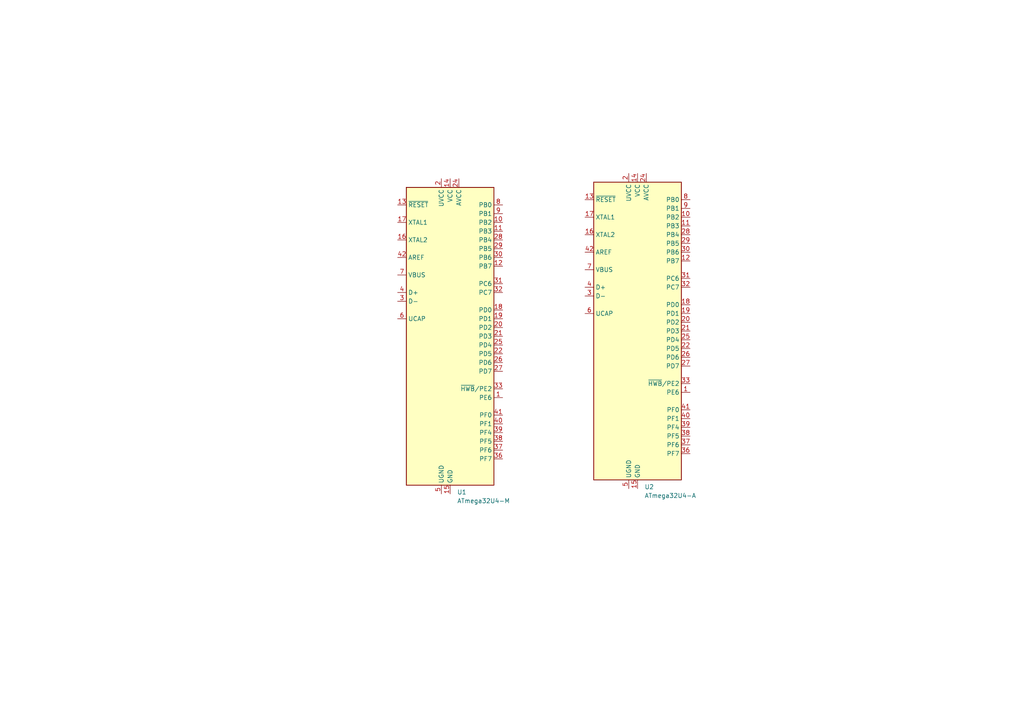
<source format=kicad_sch>
(kicad_sch (version 20211123) (generator eeschema)
  (paper "A4")
  (lib_symbols
    (symbol "MCU_Microchip_ATmega:ATmega32U4-A"
      (property "Reference" "U" (at -12.7 44.45 0))
      (property "Value" "ATmega32U4-A" (at 2.54 -44.45 0))
      (symbol "ATmega32U4-A_0_1"
        (rectangle (start -12.7 -43.18) (end 12.7 43.18) (stroke (width 0.254)) (fill (type background)))
      )
      (symbol "ATmega32U4-A_1_1"
        (pin bidirectional line (at 15.24 -17.78 180) (length 2.54) (name "PE6") (number "1"))
        (pin bidirectional line (at 15.24 33.02 180) (length 2.54) (name "PB2") (number "10"))
        (pin bidirectional line (at 15.24 30.48 180) (length 2.54) (name "PB3") (number "11"))
        (pin bidirectional line (at 15.24 20.32 180) (length 2.54) (name "PB7") (number "12"))
        (pin input line (at -15.24 38.1 0) (length 2.54) (name "~{RESET}") (number "13"))
        (pin power_in line (at 0 45.72 270) (length 2.54) (name "VCC") (number "14"))
        (pin power_in line (at 0 -45.72 90) (length 2.54) (name "GND") (number "15"))
        (pin output line (at -15.24 27.94 0) (length 2.54) (name "XTAL2") (number "16"))
        (pin input line (at -15.24 33.02 0) (length 2.54) (name "XTAL1") (number "17"))
        (pin bidirectional line (at 15.24 7.62 180) (length 2.54) (name "PD0") (number "18"))
        (pin bidirectional line (at 15.24 5.08 180) (length 2.54) (name "PD1") (number "19"))
        (pin power_in line (at -2.54 45.72 270) (length 2.54) (name "UVCC") (number "2"))
        (pin bidirectional line (at 15.24 2.54 180) (length 2.54) (name "PD2") (number "20"))
        (pin bidirectional line (at 15.24 0 180) (length 2.54) (name "PD3") (number "21"))
        (pin bidirectional line (at 15.24 -5.08 180) (length 2.54) (name "PD5") (number "22"))
        (pin passive line (at 0 -45.72 90) (length 2.54) hide (name "GND") (number "23"))
        (pin power_in line (at 2.54 45.72 270) (length 2.54) (name "AVCC") (number "24"))
        (pin bidirectional line (at 15.24 -2.54 180) (length 2.54) (name "PD4") (number "25"))
        (pin bidirectional line (at 15.24 -7.62 180) (length 2.54) (name "PD6") (number "26"))
        (pin bidirectional line (at 15.24 -10.16 180) (length 2.54) (name "PD7") (number "27"))
        (pin bidirectional line (at 15.24 27.94 180) (length 2.54) (name "PB4") (number "28"))
        (pin bidirectional line (at 15.24 25.4 180) (length 2.54) (name "PB5") (number "29"))
        (pin bidirectional line (at -15.24 10.16 0) (length 2.54) (name "D-") (number "3"))
        (pin bidirectional line (at 15.24 22.86 180) (length 2.54) (name "PB6") (number "30"))
        (pin bidirectional line (at 15.24 15.24 180) (length 2.54) (name "PC6") (number "31"))
        (pin bidirectional line (at 15.24 12.7 180) (length 2.54) (name "PC7") (number "32"))
        (pin bidirectional line (at 15.24 -15.24 180) (length 2.54) (name "~{HWB}/PE2") (number "33"))
        (pin passive line (at 0 45.72 270) (length 2.54) hide (name "VCC") (number "34"))
        (pin passive line (at 0 -45.72 90) (length 2.54) hide (name "GND") (number "35"))
        (pin bidirectional line (at 15.24 -35.56 180) (length 2.54) (name "PF7") (number "36"))
        (pin bidirectional line (at 15.24 -33.02 180) (length 2.54) (name "PF6") (number "37"))
        (pin bidirectional line (at 15.24 -30.48 180) (length 2.54) (name "PF5") (number "38"))
        (pin bidirectional line (at 15.24 -27.94 180) (length 2.54) (name "PF4") (number "39"))
        (pin bidirectional line (at -15.24 12.7 0) (length 2.54) (name "D+") (number "4"))
        (pin bidirectional line (at 15.24 -25.4 180) (length 2.54) (name "PF1") (number "40"))
        (pin bidirectional line (at 15.24 -22.86 180) (length 2.54) (name "PF0") (number "41"))
        (pin passive line (at -15.24 22.86 0) (length 2.54) (name "AREF") (number "42"))
        (pin passive line (at 0 -45.72 90) (length 2.54) hide (name "GND") (number "43"))
        (pin passive line (at 2.54 45.72 270) (length 2.54) hide (name "AVCC") (number "44"))
        (pin passive line (at -2.54 -45.72 90) (length 2.54) (name "UGND") (number "5"))
        (pin passive line (at -15.24 5.08 0) (length 2.54) (name "UCAP") (number "6"))
        (pin input line (at -15.24 17.78 0) (length 2.54) (name "VBUS") (number "7"))
        (pin bidirectional line (at 15.24 38.1 180) (length 2.54) (name "PB0") (number "8"))
        (pin bidirectional line (at 15.24 35.56 180) (length 2.54) (name "PB1") (number "9"))
      )
    )
    (symbol "MCU_Microchip_ATmega:ATmega32U4-M"
      (property "Reference" "U" (at -12.7 44.45 0))
      (property "Value" "ATmega32U4-M" (at 2.54 -44.45 0))
      (symbol "ATmega32U4-M_0_1"
        (rectangle (start -12.7 -43.18) (end 12.7 43.18) (stroke (width 0.254)) (fill (type background)))
      )
      (symbol "ATmega32U4-M_1_1"
        (pin bidirectional line (at 15.24 -17.78 180) (length 2.54) (name "PE6") (number "1"))
        (pin bidirectional line (at 15.24 33.02 180) (length 2.54) (name "PB2") (number "10"))
        (pin bidirectional line (at 15.24 30.48 180) (length 2.54) (name "PB3") (number "11"))
        (pin bidirectional line (at 15.24 20.32 180) (length 2.54) (name "PB7") (number "12"))
        (pin input line (at -15.24 38.1 0) (length 2.54) (name "~{RESET}") (number "13"))
        (pin power_in line (at 0 45.72 270) (length 2.54) (name "VCC") (number "14"))
        (pin power_in line (at 0 -45.72 90) (length 2.54) (name "GND") (number "15"))
        (pin output line (at -15.24 27.94 0) (length 2.54) (name "XTAL2") (number "16"))
        (pin input line (at -15.24 33.02 0) (length 2.54) (name "XTAL1") (number "17"))
        (pin bidirectional line (at 15.24 7.62 180) (length 2.54) (name "PD0") (number "18"))
        (pin bidirectional line (at 15.24 5.08 180) (length 2.54) (name "PD1") (number "19"))
        (pin power_in line (at -2.54 45.72 270) (length 2.54) (name "UVCC") (number "2"))
        (pin bidirectional line (at 15.24 2.54 180) (length 2.54) (name "PD2") (number "20"))
        (pin bidirectional line (at 15.24 0 180) (length 2.54) (name "PD3") (number "21"))
        (pin bidirectional line (at 15.24 -5.08 180) (length 2.54) (name "PD5") (number "22"))
        (pin passive line (at 0 -45.72 90) (length 2.54) hide (name "GND") (number "23"))
        (pin power_in line (at 2.54 45.72 270) (length 2.54) (name "AVCC") (number "24"))
        (pin bidirectional line (at 15.24 -2.54 180) (length 2.54) (name "PD4") (number "25"))
        (pin bidirectional line (at 15.24 -7.62 180) (length 2.54) (name "PD6") (number "26"))
        (pin bidirectional line (at 15.24 -10.16 180) (length 2.54) (name "PD7") (number "27"))
        (pin bidirectional line (at 15.24 27.94 180) (length 2.54) (name "PB4") (number "28"))
        (pin bidirectional line (at 15.24 25.4 180) (length 2.54) (name "PB5") (number "29"))
        (pin bidirectional line (at -15.24 10.16 0) (length 2.54) (name "D-") (number "3"))
        (pin bidirectional line (at 15.24 22.86 180) (length 2.54) (name "PB6") (number "30"))
        (pin bidirectional line (at 15.24 15.24 180) (length 2.54) (name "PC6") (number "31"))
        (pin bidirectional line (at 15.24 12.7 180) (length 2.54) (name "PC7") (number "32"))
        (pin bidirectional line (at 15.24 -15.24 180) (length 2.54) (name "~{HWB}/PE2") (number "33"))
        (pin passive line (at 0 45.72 270) (length 2.54) hide (name "VCC") (number "34"))
        (pin passive line (at 0 -45.72 90) (length 2.54) hide (name "GND") (number "35"))
        (pin bidirectional line (at 15.24 -35.56 180) (length 2.54) (name "PF7") (number "36"))
        (pin bidirectional line (at 15.24 -33.02 180) (length 2.54) (name "PF6") (number "37"))
        (pin bidirectional line (at 15.24 -30.48 180) (length 2.54) (name "PF5") (number "38"))
        (pin bidirectional line (at 15.24 -27.94 180) (length 2.54) (name "PF4") (number "39"))
        (pin bidirectional line (at -15.24 12.7 0) (length 2.54) (name "D+") (number "4"))
        (pin bidirectional line (at 15.24 -25.4 180) (length 2.54) (name "PF1") (number "40"))
        (pin bidirectional line (at 15.24 -22.86 180) (length 2.54) (name "PF0") (number "41"))
        (pin passive line (at -15.24 22.86 0) (length 2.54) (name "AREF") (number "42"))
        (pin passive line (at 0 -45.72 90) (length 2.54) hide (name "GND") (number "43"))
        (pin passive line (at 2.54 45.72 270) (length 2.54) hide (name "AVCC") (number "44"))
        (pin passive line (at 0 -45.72 90) (length 2.54) hide (name "GND") (number "45"))
        (pin passive line (at -2.54 -45.72 90) (length 2.54) (name "UGND") (number "5"))
        (pin passive line (at -15.24 5.08 0) (length 2.54) (name "UCAP") (number "6"))
        (pin input line (at -15.24 17.78 0) (length 2.54) (name "VBUS") (number "7"))
        (pin bidirectional line (at 15.24 38.1 180) (length 2.54) (name "PB0") (number "8"))
        (pin bidirectional line (at 15.24 35.56 180) (length 2.54) (name "PB1") (number "9"))
      )
    )
  )
  (symbol (lib_id "MCU_Microchip_ATmega:ATmega32U4-A") (at 184.912 96.012 0) (unit 1)
    (property "Reference" "U2" (at 186.9314 141.2224 0) (effects (justify left)))
    (property "Value" "ATmega32U4-A" (at 186.9314 143.7593 0) (effects (justify left)))
    (property "Footprint" "Package_QFP:TQFP-44_10x10mm_P0.8mm" (effects hide))
    (property "Datasheet" "http://ww1.microchip.com/downloads/en/DeviceDoc/Atmel-7766-8-bit-AVR-ATmega16U4-32U4_Datasheet.pdf" (effects hide))
  )
  (symbol (lib_id "MCU_Microchip_ATmega:ATmega32U4-M") (at 130.556 97.536 0) (unit 1)
    (property "Reference" "U1" (at 132.5754 142.7464 0) (effects (justify left)))
    (property "Value" "ATmega32U4-M" (at 132.5754 145.2833 0) (effects (justify left)))
    (property "Footprint" "Package_DFN_QFN:QFN-44-1EP_7x7mm_P0.5mm_EP5.2x5.2mm" (effects hide))
    (property "Datasheet" "http://ww1.microchip.com/downloads/en/DeviceDoc/Atmel-7766-8-bit-AVR-ATmega16U4-32U4_Datasheet.pdf" (effects hide))
  )
)
</source>
